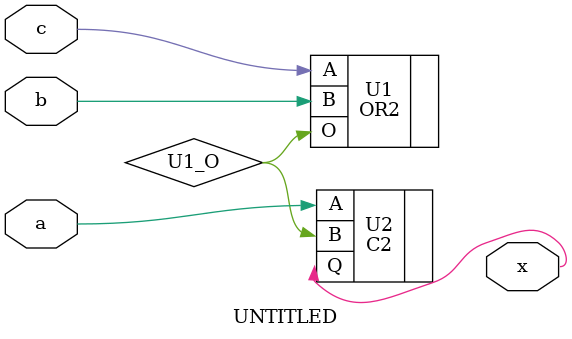
<source format=v>
module UNTITLED (x, a, b, c);
    input a, b, c;
    output x;

    OR2 U1 (.O(U1_O), .A(c), .B(b));
    C2 U2 (.Q(x), .A(a), .B(U1_O));

    // signal values at the initial state:
    // !U1_O !x !a !b !c
endmodule

</source>
